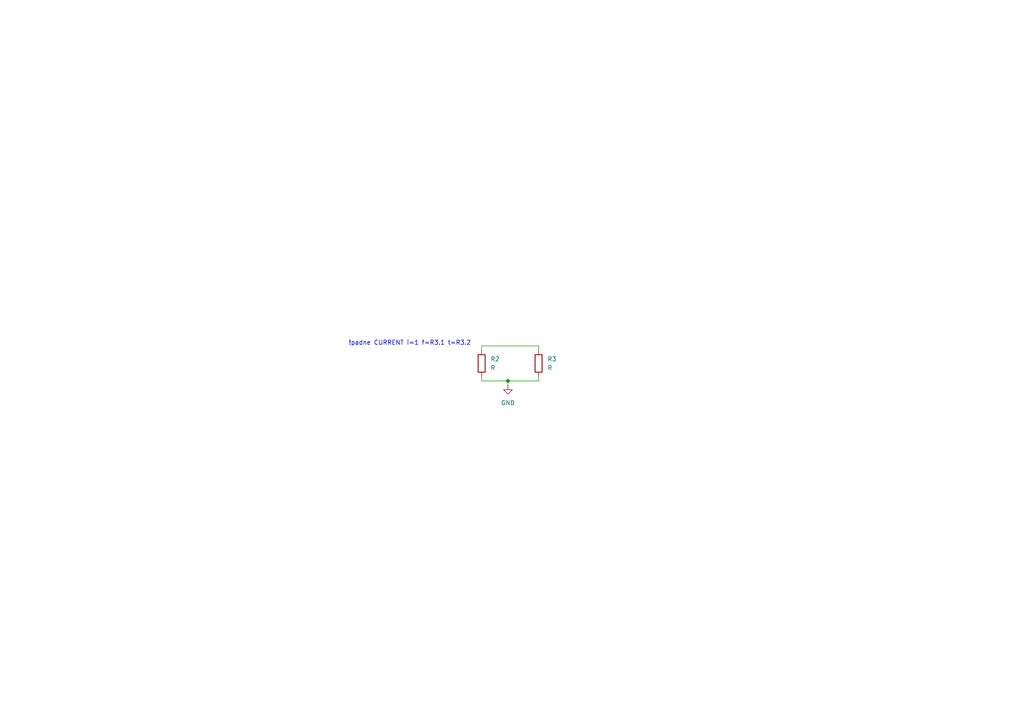
<source format=kicad_sch>
(kicad_sch (version 20231120) (generator "eeschema") (generator_version "8.0")
  (paper "A4")
  (lib_symbols
    (symbol "Device:R" (pin_numbers hide) (pin_names (offset 0))
      (property "Reference" "R" (at 2.032 0 90))
      (property "Value" "R" (at 0 0 90))
      (symbol "R_0_1"
        (rectangle (start -1.016 -2.54) (end 1.016 2.54) (stroke (width 0.254)))
      )
      (symbol "R_1_1"
        (pin passive line (at 0 3.81 270) (length 1.27) (name "~") (number "1"))
        (pin passive line (at 0 -3.81 90) (length 1.27) (name "~") (number "2"))
      )
    )
    (symbol "power:GND" (power) (pin_numbers hide) (pin_names (offset 0) hide)
      (property "Value" "GND" (at 0 -3.81 0))
      (symbol "GND_0_1"
        (polyline (pts (xy 0 0) (xy 0 -1.27) (xy 1.27 -1.27) (xy 0 -2.54) (xy -1.27 -1.27) (xy 0 -1.27)))
      )
      (symbol "GND_1_1"
        (pin power_in line (at 0 0 270) (length 0) (name "~") (number "1"))
      )
    )
  )
  (junction (at 147.32 110.49))
  (wire (pts (xy 156.21 100.33) (xy 156.21 101.6)))
  (wire (pts (xy 139.7 110.49) (xy 147.32 110.49)))
  (wire (pts (xy 139.7 110.49) (xy 139.7 109.22)))
  (wire (pts (xy 156.21 110.49) (xy 156.21 109.22)))
  (wire (pts (xy 147.32 110.49) (xy 147.32 111.76)))
  (wire (pts (xy 139.7 100.33) (xy 156.21 100.33)))
  (wire (pts (xy 147.32 110.49) (xy 156.21 110.49)))
  (wire (pts (xy 139.7 101.6) (xy 139.7 100.33)))
  (text "!padne CURRENT i=1 f=R3.1 t=R3.2" (at 118.872 99.568 0) (effects (font (size 1.27 1.27))))
  (symbol (lib_id "Device:R") (at 139.7 105.41 0) (unit 1)
    (property "Reference" "R2" (at 142.24 104.1399 0) (effects (justify left)))
    (property "Value" "R" (at 142.24 106.6799 0) (effects (justify left)))
    (property "Footprint" "Resistor_SMD:R_0603_1608Metric" (effects (hide yes)))
    (property "Description" "Resistor" (effects (hide yes)))
  )
  (symbol (lib_id "Device:R") (at 156.21 105.41 0) (unit 1)
    (property "Reference" "R3" (at 158.75 104.1399 0) (effects (justify left)))
    (property "Value" "R" (at 158.75 106.6799 0) (effects (justify left)))
    (property "Footprint" "Resistor_SMD:R_0603_1608Metric" (effects (hide yes)))
    (property "Description" "Resistor" (effects (hide yes)))
  )
  (symbol (lib_id "power:GND") (at 147.32 111.76 0) (unit 1)
    (property "Reference" "#PWR01" (effects (hide yes)))
    (property "Value" "GND" (at 147.32 116.84 0))
    (property "Description" "Power symbol creates a global label with name \"GND\" , ground" (effects (hide yes)))
  )
)
</source>
